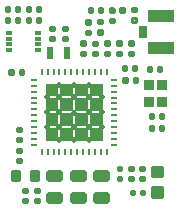
<source format=gbr>
G04 EAGLE Gerber RS-274X export*
G75*
%MOMM*%
%FSLAX34Y34*%
%LPD*%
%INSolderpaste Top*%
%IPPOS*%
%AMOC8*
5,1,8,0,0,1.08239X$1,22.5*%
G01*
%ADD10R,0.240000X0.600000*%
%ADD11R,0.600000X0.240000*%
%ADD12C,0.500000*%
%ADD13C,0.280800*%
%ADD14C,0.500000*%
%ADD15C,0.402900*%
%ADD16R,0.850000X0.950000*%
%ADD17C,0.270000*%
%ADD18R,0.600000X1.100000*%
%ADD19R,0.090000X0.740000*%
%ADD20R,0.560000X0.350000*%
%ADD21C,0.300000*%
%ADD22R,2.200000X1.050000*%
%ADD23R,0.800000X1.000000*%

G36*
X86160Y97434D02*
X86160Y97434D01*
X86163Y97432D01*
X86246Y97469D01*
X86746Y97969D01*
X86747Y97972D01*
X86750Y97974D01*
X86783Y98059D01*
X86783Y107659D01*
X86782Y107661D01*
X86783Y107663D01*
X86782Y107664D01*
X86783Y107665D01*
X86746Y107748D01*
X86246Y108248D01*
X86243Y108249D01*
X86242Y108252D01*
X86157Y108285D01*
X76557Y108285D01*
X76554Y108284D01*
X76551Y108285D01*
X76467Y108248D01*
X75967Y107748D01*
X75967Y107747D01*
X75966Y107746D01*
X75965Y107744D01*
X75963Y107743D01*
X75930Y107659D01*
X75930Y98059D01*
X75932Y98056D01*
X75931Y98053D01*
X75967Y97969D01*
X76467Y97469D01*
X76470Y97468D01*
X76472Y97465D01*
X76557Y97432D01*
X86157Y97432D01*
X86160Y97434D01*
G37*
G36*
X86160Y84834D02*
X86160Y84834D01*
X86163Y84832D01*
X86246Y84869D01*
X86746Y85369D01*
X86747Y85372D01*
X86750Y85374D01*
X86783Y85459D01*
X86783Y95059D01*
X86782Y95061D01*
X86783Y95063D01*
X86782Y95064D01*
X86783Y95065D01*
X86746Y95148D01*
X86246Y95648D01*
X86243Y95649D01*
X86242Y95652D01*
X86157Y95685D01*
X76557Y95685D01*
X76554Y95684D01*
X76551Y95685D01*
X76467Y95648D01*
X75967Y95148D01*
X75967Y95147D01*
X75966Y95146D01*
X75965Y95144D01*
X75963Y95143D01*
X75930Y95059D01*
X75930Y85459D01*
X75932Y85456D01*
X75931Y85453D01*
X75967Y85369D01*
X76467Y84869D01*
X76470Y84868D01*
X76472Y84865D01*
X76557Y84832D01*
X86157Y84832D01*
X86160Y84834D01*
G37*
G36*
X86160Y72234D02*
X86160Y72234D01*
X86163Y72232D01*
X86246Y72269D01*
X86746Y72769D01*
X86747Y72772D01*
X86750Y72774D01*
X86783Y72859D01*
X86783Y82459D01*
X86782Y82461D01*
X86783Y82463D01*
X86782Y82464D01*
X86783Y82465D01*
X86746Y82548D01*
X86246Y83048D01*
X86243Y83049D01*
X86242Y83052D01*
X86157Y83085D01*
X76557Y83085D01*
X76554Y83084D01*
X76551Y83085D01*
X76467Y83048D01*
X75967Y82548D01*
X75967Y82547D01*
X75966Y82546D01*
X75965Y82544D01*
X75963Y82543D01*
X75930Y82459D01*
X75930Y72859D01*
X75932Y72856D01*
X75931Y72853D01*
X75967Y72769D01*
X76467Y72269D01*
X76470Y72268D01*
X76472Y72265D01*
X76557Y72232D01*
X86157Y72232D01*
X86160Y72234D01*
G37*
G36*
X86160Y59634D02*
X86160Y59634D01*
X86163Y59632D01*
X86246Y59669D01*
X86746Y60169D01*
X86747Y60172D01*
X86750Y60174D01*
X86783Y60259D01*
X86783Y69859D01*
X86782Y69861D01*
X86783Y69863D01*
X86782Y69864D01*
X86783Y69865D01*
X86746Y69948D01*
X86246Y70448D01*
X86243Y70449D01*
X86242Y70452D01*
X86157Y70485D01*
X76557Y70485D01*
X76554Y70484D01*
X76551Y70485D01*
X76467Y70448D01*
X75967Y69948D01*
X75967Y69947D01*
X75966Y69946D01*
X75965Y69944D01*
X75963Y69943D01*
X75930Y69859D01*
X75930Y60259D01*
X75932Y60256D01*
X75931Y60253D01*
X75967Y60169D01*
X76467Y59669D01*
X76470Y59668D01*
X76472Y59665D01*
X76557Y59632D01*
X86157Y59632D01*
X86160Y59634D01*
G37*
G36*
X73560Y97434D02*
X73560Y97434D01*
X73563Y97432D01*
X73646Y97469D01*
X74146Y97969D01*
X74147Y97972D01*
X74150Y97974D01*
X74183Y98059D01*
X74183Y107659D01*
X74182Y107661D01*
X74183Y107663D01*
X74182Y107664D01*
X74183Y107665D01*
X74146Y107748D01*
X73646Y108248D01*
X73643Y108249D01*
X73642Y108252D01*
X73557Y108285D01*
X63957Y108285D01*
X63954Y108284D01*
X63951Y108285D01*
X63867Y108248D01*
X63367Y107748D01*
X63367Y107747D01*
X63366Y107746D01*
X63365Y107744D01*
X63363Y107743D01*
X63330Y107659D01*
X63330Y98059D01*
X63332Y98056D01*
X63331Y98053D01*
X63367Y97969D01*
X63867Y97469D01*
X63870Y97468D01*
X63872Y97465D01*
X63957Y97432D01*
X73557Y97432D01*
X73560Y97434D01*
G37*
G36*
X60960Y84834D02*
X60960Y84834D01*
X60963Y84832D01*
X61046Y84869D01*
X61546Y85369D01*
X61547Y85372D01*
X61550Y85374D01*
X61583Y85459D01*
X61583Y95059D01*
X61582Y95061D01*
X61583Y95063D01*
X61582Y95064D01*
X61583Y95065D01*
X61546Y95148D01*
X61046Y95648D01*
X61043Y95649D01*
X61042Y95652D01*
X60957Y95685D01*
X51357Y95685D01*
X51354Y95684D01*
X51351Y95685D01*
X51267Y95648D01*
X50767Y95148D01*
X50767Y95147D01*
X50766Y95146D01*
X50765Y95144D01*
X50763Y95143D01*
X50730Y95059D01*
X50730Y85459D01*
X50732Y85456D01*
X50731Y85453D01*
X50767Y85369D01*
X51267Y84869D01*
X51270Y84868D01*
X51272Y84865D01*
X51357Y84832D01*
X60957Y84832D01*
X60960Y84834D01*
G37*
G36*
X48360Y84834D02*
X48360Y84834D01*
X48363Y84832D01*
X48446Y84869D01*
X48946Y85369D01*
X48947Y85372D01*
X48950Y85374D01*
X48983Y85459D01*
X48983Y95059D01*
X48982Y95061D01*
X48983Y95063D01*
X48982Y95064D01*
X48983Y95065D01*
X48946Y95148D01*
X48446Y95648D01*
X48443Y95649D01*
X48442Y95652D01*
X48357Y95685D01*
X38757Y95685D01*
X38754Y95684D01*
X38751Y95685D01*
X38667Y95648D01*
X38167Y95148D01*
X38167Y95147D01*
X38166Y95146D01*
X38165Y95144D01*
X38163Y95143D01*
X38130Y95059D01*
X38130Y85459D01*
X38132Y85456D01*
X38131Y85453D01*
X38167Y85369D01*
X38667Y84869D01*
X38670Y84868D01*
X38672Y84865D01*
X38757Y84832D01*
X48357Y84832D01*
X48360Y84834D01*
G37*
G36*
X73560Y84834D02*
X73560Y84834D01*
X73563Y84832D01*
X73646Y84869D01*
X74146Y85369D01*
X74147Y85372D01*
X74150Y85374D01*
X74183Y85459D01*
X74183Y95059D01*
X74182Y95061D01*
X74183Y95063D01*
X74182Y95064D01*
X74183Y95065D01*
X74146Y95148D01*
X73646Y95648D01*
X73643Y95649D01*
X73642Y95652D01*
X73557Y95685D01*
X63957Y95685D01*
X63954Y95684D01*
X63951Y95685D01*
X63867Y95648D01*
X63367Y95148D01*
X63367Y95147D01*
X63366Y95146D01*
X63365Y95144D01*
X63363Y95143D01*
X63330Y95059D01*
X63330Y85459D01*
X63332Y85456D01*
X63331Y85453D01*
X63367Y85369D01*
X63867Y84869D01*
X63870Y84868D01*
X63872Y84865D01*
X63957Y84832D01*
X73557Y84832D01*
X73560Y84834D01*
G37*
G36*
X48360Y97434D02*
X48360Y97434D01*
X48363Y97432D01*
X48446Y97469D01*
X48946Y97969D01*
X48947Y97972D01*
X48950Y97974D01*
X48983Y98059D01*
X48983Y107659D01*
X48982Y107661D01*
X48983Y107663D01*
X48982Y107664D01*
X48983Y107665D01*
X48946Y107748D01*
X48446Y108248D01*
X48443Y108249D01*
X48442Y108252D01*
X48357Y108285D01*
X38757Y108285D01*
X38754Y108284D01*
X38751Y108285D01*
X38667Y108248D01*
X38167Y107748D01*
X38167Y107747D01*
X38166Y107746D01*
X38165Y107744D01*
X38163Y107743D01*
X38130Y107659D01*
X38130Y98059D01*
X38132Y98056D01*
X38131Y98053D01*
X38167Y97969D01*
X38667Y97469D01*
X38670Y97468D01*
X38672Y97465D01*
X38757Y97432D01*
X48357Y97432D01*
X48360Y97434D01*
G37*
G36*
X60960Y97434D02*
X60960Y97434D01*
X60963Y97432D01*
X61046Y97469D01*
X61546Y97969D01*
X61547Y97972D01*
X61550Y97974D01*
X61583Y98059D01*
X61583Y107659D01*
X61582Y107661D01*
X61583Y107663D01*
X61582Y107664D01*
X61583Y107665D01*
X61546Y107748D01*
X61046Y108248D01*
X61043Y108249D01*
X61042Y108252D01*
X60957Y108285D01*
X51357Y108285D01*
X51354Y108284D01*
X51351Y108285D01*
X51267Y108248D01*
X50767Y107748D01*
X50767Y107747D01*
X50766Y107746D01*
X50765Y107744D01*
X50763Y107743D01*
X50730Y107659D01*
X50730Y98059D01*
X50732Y98056D01*
X50731Y98053D01*
X50767Y97969D01*
X51267Y97469D01*
X51270Y97468D01*
X51272Y97465D01*
X51357Y97432D01*
X60957Y97432D01*
X60960Y97434D01*
G37*
G36*
X73560Y72234D02*
X73560Y72234D01*
X73563Y72232D01*
X73646Y72269D01*
X74146Y72769D01*
X74147Y72772D01*
X74150Y72774D01*
X74183Y72859D01*
X74183Y82459D01*
X74182Y82461D01*
X74183Y82463D01*
X74182Y82464D01*
X74183Y82465D01*
X74146Y82548D01*
X73646Y83048D01*
X73643Y83049D01*
X73642Y83052D01*
X73557Y83085D01*
X63957Y83085D01*
X63954Y83084D01*
X63951Y83085D01*
X63867Y83048D01*
X63367Y82548D01*
X63367Y82547D01*
X63366Y82546D01*
X63365Y82544D01*
X63363Y82543D01*
X63330Y82459D01*
X63330Y72859D01*
X63332Y72856D01*
X63331Y72853D01*
X63367Y72769D01*
X63867Y72269D01*
X63870Y72268D01*
X63872Y72265D01*
X63957Y72232D01*
X73557Y72232D01*
X73560Y72234D01*
G37*
G36*
X60960Y72234D02*
X60960Y72234D01*
X60963Y72232D01*
X61046Y72269D01*
X61546Y72769D01*
X61547Y72772D01*
X61550Y72774D01*
X61583Y72859D01*
X61583Y82459D01*
X61582Y82461D01*
X61583Y82463D01*
X61582Y82464D01*
X61583Y82465D01*
X61546Y82548D01*
X61046Y83048D01*
X61043Y83049D01*
X61042Y83052D01*
X60957Y83085D01*
X51357Y83085D01*
X51354Y83084D01*
X51351Y83085D01*
X51267Y83048D01*
X50767Y82548D01*
X50767Y82547D01*
X50766Y82546D01*
X50765Y82544D01*
X50763Y82543D01*
X50730Y82459D01*
X50730Y72859D01*
X50732Y72856D01*
X50731Y72853D01*
X50767Y72769D01*
X51267Y72269D01*
X51270Y72268D01*
X51272Y72265D01*
X51357Y72232D01*
X60957Y72232D01*
X60960Y72234D01*
G37*
G36*
X48360Y72234D02*
X48360Y72234D01*
X48363Y72232D01*
X48446Y72269D01*
X48946Y72769D01*
X48947Y72772D01*
X48950Y72774D01*
X48983Y72859D01*
X48983Y82459D01*
X48982Y82461D01*
X48983Y82463D01*
X48982Y82464D01*
X48983Y82465D01*
X48946Y82548D01*
X48446Y83048D01*
X48443Y83049D01*
X48442Y83052D01*
X48357Y83085D01*
X38757Y83085D01*
X38754Y83084D01*
X38751Y83085D01*
X38667Y83048D01*
X38167Y82548D01*
X38167Y82547D01*
X38166Y82546D01*
X38165Y82544D01*
X38163Y82543D01*
X38130Y82459D01*
X38130Y72859D01*
X38132Y72856D01*
X38131Y72853D01*
X38167Y72769D01*
X38667Y72269D01*
X38670Y72268D01*
X38672Y72265D01*
X38757Y72232D01*
X48357Y72232D01*
X48360Y72234D01*
G37*
G36*
X73560Y59634D02*
X73560Y59634D01*
X73563Y59632D01*
X73646Y59669D01*
X74146Y60169D01*
X74147Y60172D01*
X74150Y60174D01*
X74183Y60259D01*
X74183Y69859D01*
X74182Y69861D01*
X74183Y69863D01*
X74182Y69864D01*
X74183Y69865D01*
X74146Y69948D01*
X73646Y70448D01*
X73643Y70449D01*
X73642Y70452D01*
X73557Y70485D01*
X63957Y70485D01*
X63954Y70484D01*
X63951Y70485D01*
X63867Y70448D01*
X63367Y69948D01*
X63367Y69947D01*
X63366Y69946D01*
X63365Y69944D01*
X63363Y69943D01*
X63330Y69859D01*
X63330Y60259D01*
X63332Y60256D01*
X63331Y60253D01*
X63367Y60169D01*
X63867Y59669D01*
X63870Y59668D01*
X63872Y59665D01*
X63957Y59632D01*
X73557Y59632D01*
X73560Y59634D01*
G37*
G36*
X60960Y59634D02*
X60960Y59634D01*
X60963Y59632D01*
X61046Y59669D01*
X61546Y60169D01*
X61547Y60172D01*
X61550Y60174D01*
X61583Y60259D01*
X61583Y69859D01*
X61582Y69861D01*
X61583Y69863D01*
X61582Y69864D01*
X61583Y69865D01*
X61546Y69948D01*
X61046Y70448D01*
X61043Y70449D01*
X61042Y70452D01*
X60957Y70485D01*
X51357Y70485D01*
X51354Y70484D01*
X51351Y70485D01*
X51267Y70448D01*
X50767Y69948D01*
X50767Y69947D01*
X50766Y69946D01*
X50765Y69944D01*
X50763Y69943D01*
X50730Y69859D01*
X50730Y60259D01*
X50732Y60256D01*
X50731Y60253D01*
X50767Y60169D01*
X51267Y59669D01*
X51270Y59668D01*
X51272Y59665D01*
X51357Y59632D01*
X60957Y59632D01*
X60960Y59634D01*
G37*
G36*
X48360Y59634D02*
X48360Y59634D01*
X48363Y59632D01*
X48446Y59669D01*
X48946Y60169D01*
X48947Y60172D01*
X48950Y60174D01*
X48983Y60259D01*
X48983Y69859D01*
X48982Y69861D01*
X48983Y69863D01*
X48982Y69864D01*
X48983Y69865D01*
X48946Y69948D01*
X48446Y70448D01*
X48443Y70449D01*
X48442Y70452D01*
X48357Y70485D01*
X38757Y70485D01*
X38754Y70484D01*
X38751Y70485D01*
X38667Y70448D01*
X38167Y69948D01*
X38167Y69947D01*
X38166Y69946D01*
X38165Y69944D01*
X38163Y69943D01*
X38130Y69859D01*
X38130Y60259D01*
X38132Y60256D01*
X38131Y60253D01*
X38167Y60169D01*
X38667Y59669D01*
X38670Y59668D01*
X38672Y59665D01*
X38757Y59632D01*
X48357Y59632D01*
X48360Y59634D01*
G37*
D10*
X89957Y117959D03*
X84957Y117959D03*
X79957Y117959D03*
X74957Y117959D03*
X69957Y117959D03*
X64957Y117959D03*
X59957Y117959D03*
X54957Y117959D03*
X49957Y117959D03*
X44957Y117959D03*
X39957Y117959D03*
X34957Y117959D03*
D11*
X28457Y111459D03*
X28457Y106459D03*
X28457Y101459D03*
X28457Y96459D03*
X28457Y91459D03*
X28457Y86459D03*
X28457Y81459D03*
X28457Y76459D03*
X28457Y71459D03*
X28457Y66459D03*
X28457Y61459D03*
X28457Y56459D03*
D10*
X34957Y49959D03*
X39957Y49959D03*
X44957Y49959D03*
X49957Y49959D03*
X54957Y49959D03*
X59957Y49959D03*
X64957Y49959D03*
X69957Y49959D03*
X74957Y49959D03*
X79957Y49959D03*
X84957Y49959D03*
X89957Y49959D03*
D11*
X96457Y56459D03*
X96457Y61459D03*
X96457Y66459D03*
X96457Y71459D03*
X96457Y76459D03*
X96457Y81459D03*
X96457Y86459D03*
X96457Y91459D03*
X96457Y96459D03*
X96457Y101459D03*
X96457Y106459D03*
X96457Y111459D03*
D12*
X39207Y71359D03*
X39207Y83959D03*
X39207Y96559D03*
X85707Y71359D03*
X85707Y83959D03*
X85707Y96559D03*
X49857Y60709D03*
X62457Y60709D03*
X75057Y60709D03*
X49857Y107209D03*
X62457Y107209D03*
X75057Y107209D03*
X49857Y83959D03*
X62457Y83705D03*
X75057Y83959D03*
X49857Y71359D03*
X62457Y71359D03*
X75057Y71359D03*
X49857Y96559D03*
X62457Y96559D03*
X75057Y96559D03*
D13*
X19289Y10773D02*
X19289Y8181D01*
X19289Y10773D02*
X22481Y10773D01*
X22481Y8181D01*
X19289Y8181D01*
X22481Y16781D02*
X22481Y19373D01*
X22481Y16781D02*
X19289Y16781D01*
X19289Y19373D01*
X22481Y19373D01*
X29211Y10845D02*
X29211Y8253D01*
X29211Y10845D02*
X32403Y10845D01*
X32403Y8253D01*
X29211Y8253D01*
X32403Y16853D02*
X32403Y19445D01*
X32403Y16853D02*
X29211Y16853D01*
X29211Y19445D01*
X32403Y19445D01*
X121501Y34864D02*
X121501Y37456D01*
X121501Y34864D02*
X118309Y34864D01*
X118309Y37456D01*
X121501Y37456D01*
X118309Y28856D02*
X118309Y26264D01*
X118309Y28856D02*
X121501Y28856D01*
X121501Y26264D01*
X118309Y26264D01*
X108757Y26289D02*
X108757Y28881D01*
X111949Y28881D01*
X111949Y26289D01*
X108757Y26289D01*
X111949Y34889D02*
X111949Y37481D01*
X111949Y34889D02*
X108757Y34889D01*
X108757Y37481D01*
X111949Y37481D01*
X13865Y42117D02*
X13865Y44709D01*
X17057Y44709D01*
X17057Y42117D01*
X13865Y42117D01*
X17057Y50717D02*
X17057Y53309D01*
X17057Y50717D02*
X13865Y50717D01*
X13865Y53309D01*
X17057Y53309D01*
X56204Y153736D02*
X56209Y156327D01*
X56204Y153736D02*
X53013Y153741D01*
X53018Y156332D01*
X56209Y156327D01*
X53003Y147732D02*
X52998Y145141D01*
X53003Y147732D02*
X56194Y147727D01*
X56189Y145136D01*
X52998Y145141D01*
X45201Y153666D02*
X45201Y156258D01*
X45201Y153666D02*
X42009Y153666D01*
X42009Y156258D01*
X45201Y156258D01*
X42009Y147658D02*
X42009Y145066D01*
X42009Y147658D02*
X45201Y147658D01*
X45201Y145066D01*
X42009Y145066D01*
X18786Y116579D02*
X16194Y116579D01*
X16194Y119771D01*
X18786Y119771D01*
X18786Y116579D01*
X18786Y119247D02*
X16194Y119247D01*
X10186Y119771D02*
X7594Y119771D01*
X10186Y119771D02*
X10186Y116579D01*
X7594Y116579D01*
X7594Y119771D01*
X7594Y119247D02*
X10186Y119247D01*
X16991Y71075D02*
X16991Y68483D01*
X13799Y68483D01*
X13799Y71075D01*
X16991Y71075D01*
X13799Y62475D02*
X13799Y59883D01*
X13799Y62475D02*
X16991Y62475D01*
X16991Y59883D01*
X13799Y59883D01*
X126328Y72194D02*
X128920Y72194D01*
X128920Y69002D01*
X126328Y69002D01*
X126328Y72194D01*
X126328Y71670D02*
X128920Y71670D01*
X134928Y69002D02*
X137520Y69002D01*
X134928Y69002D02*
X134928Y72194D01*
X137520Y72194D01*
X137520Y69002D01*
X137520Y71670D02*
X134928Y71670D01*
X102355Y37469D02*
X102355Y34877D01*
X99163Y34877D01*
X99163Y37469D01*
X102355Y37469D01*
X99163Y28869D02*
X99163Y26277D01*
X99163Y28869D02*
X102355Y28869D01*
X102355Y26277D01*
X99163Y26277D01*
D14*
X90364Y27597D02*
X90364Y32597D01*
X90364Y27597D02*
X81164Y27597D01*
X81164Y32597D01*
X90364Y32597D01*
X90364Y32347D02*
X81164Y32347D01*
X81164Y13897D02*
X81164Y8897D01*
X81164Y13897D02*
X90364Y13897D01*
X90364Y8897D01*
X81164Y8897D01*
X81164Y13647D02*
X90364Y13647D01*
X41240Y13837D02*
X41240Y8837D01*
X41240Y13837D02*
X50440Y13837D01*
X50440Y8837D01*
X41240Y8837D01*
X41240Y13587D02*
X50440Y13587D01*
X50440Y27537D02*
X50440Y32537D01*
X50440Y27537D02*
X41240Y27537D01*
X41240Y32537D01*
X50440Y32537D01*
X50440Y32287D02*
X41240Y32287D01*
D13*
X104130Y113076D02*
X106722Y113076D01*
X106722Y109884D01*
X104130Y109884D01*
X104130Y113076D01*
X104130Y112552D02*
X106722Y112552D01*
X112730Y109884D02*
X115322Y109884D01*
X112730Y109884D02*
X112730Y113076D01*
X115322Y113076D01*
X115322Y109884D01*
X115322Y112552D02*
X112730Y112552D01*
X106117Y122772D02*
X103525Y122772D01*
X106117Y122772D02*
X106117Y119580D01*
X103525Y119580D01*
X103525Y122772D01*
X103525Y122248D02*
X106117Y122248D01*
X112125Y119580D02*
X114717Y119580D01*
X112125Y119580D02*
X112125Y122772D01*
X114717Y122772D01*
X114717Y119580D01*
X114717Y122248D02*
X112125Y122248D01*
D15*
X14417Y33165D02*
X10545Y33165D01*
X14417Y33165D02*
X14417Y27893D01*
X10545Y27893D01*
X10545Y33165D01*
X10545Y31721D02*
X14417Y31721D01*
X26945Y27893D02*
X30817Y27893D01*
X26945Y27893D02*
X26945Y33165D01*
X30817Y33165D01*
X30817Y27893D01*
X30817Y31721D02*
X26945Y31721D01*
D14*
X70444Y32504D02*
X70444Y27504D01*
X61244Y27504D01*
X61244Y32504D01*
X70444Y32504D01*
X70444Y32254D02*
X61244Y32254D01*
X61244Y13804D02*
X61244Y8804D01*
X61244Y13804D02*
X70444Y13804D01*
X70444Y8804D01*
X61244Y8804D01*
X61244Y13554D02*
X70444Y13554D01*
D16*
X125544Y107328D03*
X125544Y92828D03*
X137044Y92828D03*
X137044Y107328D03*
D17*
X81375Y132489D02*
X81375Y135189D01*
X81375Y132489D02*
X78075Y132489D01*
X78075Y135189D01*
X81375Y135189D01*
X81375Y135054D02*
X78075Y135054D01*
X81375Y141129D02*
X81375Y143829D01*
X81375Y141129D02*
X78075Y141129D01*
X78075Y143829D01*
X81375Y143829D01*
X81375Y143694D02*
X78075Y143694D01*
X71147Y135270D02*
X71147Y132570D01*
X67847Y132570D01*
X67847Y135270D01*
X71147Y135270D01*
X71147Y135135D02*
X67847Y135135D01*
X71147Y141210D02*
X71147Y143910D01*
X71147Y141210D02*
X67847Y141210D01*
X67847Y143910D01*
X71147Y143910D01*
X71147Y143775D02*
X67847Y143775D01*
X109053Y144033D02*
X109053Y141333D01*
X109053Y144033D02*
X112353Y144033D01*
X112353Y141333D01*
X109053Y141333D01*
X109053Y143898D02*
X112353Y143898D01*
X109053Y135393D02*
X109053Y132693D01*
X109053Y135393D02*
X112353Y135393D01*
X112353Y132693D01*
X109053Y132693D01*
X109053Y135258D02*
X112353Y135258D01*
X91706Y135293D02*
X91706Y132593D01*
X88406Y132593D01*
X88406Y135293D01*
X91706Y135293D01*
X91706Y135158D02*
X88406Y135158D01*
X91706Y141233D02*
X91706Y143933D01*
X91706Y141233D02*
X88406Y141233D01*
X88406Y143933D01*
X91706Y143933D01*
X91706Y143798D02*
X88406Y143798D01*
X72481Y159038D02*
X72481Y161738D01*
X75781Y161738D01*
X75781Y159038D01*
X72481Y159038D01*
X72481Y161603D02*
X75781Y161603D01*
X72481Y153098D02*
X72481Y150398D01*
X72481Y153098D02*
X75781Y153098D01*
X75781Y150398D01*
X72481Y150398D01*
X72481Y152963D02*
X75781Y152963D01*
X92924Y168748D02*
X95624Y168748D01*
X92924Y168748D02*
X92924Y172048D01*
X95624Y172048D01*
X95624Y168748D01*
X95624Y171313D02*
X92924Y171313D01*
X101564Y168748D02*
X104264Y168748D01*
X101564Y168748D02*
X101564Y172048D01*
X104264Y172048D01*
X104264Y168748D01*
X104264Y171313D02*
X101564Y171313D01*
X101942Y135293D02*
X101942Y132593D01*
X98642Y132593D01*
X98642Y135293D01*
X101942Y135293D01*
X101942Y135158D02*
X98642Y135158D01*
X101942Y141233D02*
X101942Y143933D01*
X101942Y141233D02*
X98642Y141233D01*
X98642Y143933D01*
X101942Y143933D01*
X101942Y143798D02*
X98642Y143798D01*
X86182Y150578D02*
X86182Y153278D01*
X86182Y150578D02*
X82882Y150578D01*
X82882Y153278D01*
X86182Y153278D01*
X86182Y153143D02*
X82882Y153143D01*
X86182Y159218D02*
X86182Y161918D01*
X86182Y159218D02*
X82882Y159218D01*
X82882Y161918D01*
X86182Y161918D01*
X86182Y161783D02*
X82882Y161783D01*
X77240Y168772D02*
X74540Y168772D01*
X74540Y172072D01*
X77240Y172072D01*
X77240Y168772D01*
X77240Y171337D02*
X74540Y171337D01*
X83180Y168772D02*
X85880Y168772D01*
X83180Y168772D02*
X83180Y172072D01*
X85880Y172072D01*
X85880Y168772D01*
X85880Y171337D02*
X83180Y171337D01*
X135158Y82456D02*
X137858Y82456D01*
X137858Y79156D01*
X135158Y79156D01*
X135158Y82456D01*
X135158Y81721D02*
X137858Y81721D01*
X129218Y82456D02*
X126518Y82456D01*
X129218Y82456D02*
X129218Y79156D01*
X126518Y79156D01*
X126518Y82456D01*
X126518Y81721D02*
X129218Y81721D01*
X127517Y118822D02*
X124817Y118822D01*
X124817Y122122D01*
X127517Y122122D01*
X127517Y118822D01*
X127517Y121387D02*
X124817Y121387D01*
X133457Y118822D02*
X136157Y118822D01*
X133457Y118822D02*
X133457Y122122D01*
X136157Y122122D01*
X136157Y118822D01*
X136157Y121387D02*
X133457Y121387D01*
D18*
X55922Y133747D03*
X41922Y133747D03*
D19*
X19240Y140032D03*
X19240Y147832D03*
D20*
X31590Y136432D03*
X31590Y141432D03*
X31590Y146432D03*
X31590Y151432D03*
X6890Y151432D03*
X6890Y146432D03*
X6890Y141432D03*
X6890Y136432D03*
D13*
X7171Y163600D02*
X4579Y163600D01*
X7171Y163600D02*
X7171Y160408D01*
X4579Y160408D01*
X4579Y163600D01*
X4579Y163076D02*
X7171Y163076D01*
X13179Y160408D02*
X15771Y160408D01*
X13179Y160408D02*
X13179Y163600D01*
X15771Y163600D01*
X15771Y160408D01*
X15771Y163076D02*
X13179Y163076D01*
X22356Y173219D02*
X24948Y173219D01*
X24948Y170027D01*
X22356Y170027D01*
X22356Y173219D01*
X22356Y172695D02*
X24948Y172695D01*
X30956Y170027D02*
X33548Y170027D01*
X30956Y170027D02*
X30956Y173219D01*
X33548Y173219D01*
X33548Y170027D01*
X33548Y172695D02*
X30956Y172695D01*
X24970Y163639D02*
X22378Y163639D01*
X24970Y163639D02*
X24970Y160447D01*
X22378Y160447D01*
X22378Y163639D01*
X22378Y163115D02*
X24970Y163115D01*
X30978Y160447D02*
X33570Y160447D01*
X30978Y160447D02*
X30978Y163639D01*
X33570Y163639D01*
X33570Y160447D01*
X33570Y163115D02*
X30978Y163115D01*
D21*
X129416Y30157D02*
X136416Y30157D01*
X129416Y30157D02*
X129416Y37157D01*
X136416Y37157D01*
X136416Y30157D01*
X136416Y33007D02*
X129416Y33007D01*
X129416Y35857D02*
X136416Y35857D01*
X136416Y12617D02*
X129416Y12617D01*
X129416Y19617D01*
X136416Y19617D01*
X136416Y12617D01*
X136416Y15467D02*
X129416Y15467D01*
X129416Y18317D02*
X136416Y18317D01*
D13*
X113244Y17652D02*
X110652Y17652D01*
X113244Y17652D02*
X113244Y14460D01*
X110652Y14460D01*
X110652Y17652D01*
X110652Y17128D02*
X113244Y17128D01*
X119252Y14460D02*
X121844Y14460D01*
X119252Y14460D02*
X119252Y17652D01*
X121844Y17652D01*
X121844Y14460D01*
X121844Y17128D02*
X119252Y17128D01*
X7341Y173251D02*
X4749Y173251D01*
X7341Y173251D02*
X7341Y170059D01*
X4749Y170059D01*
X4749Y173251D01*
X4749Y172727D02*
X7341Y172727D01*
X13349Y170059D02*
X15941Y170059D01*
X13349Y170059D02*
X13349Y173251D01*
X15941Y173251D01*
X15941Y170059D01*
X15941Y172727D02*
X13349Y172727D01*
D17*
X114650Y163530D02*
X114650Y160830D01*
X111350Y160830D01*
X111350Y163530D01*
X114650Y163530D01*
X114650Y163395D02*
X111350Y163395D01*
X114650Y169470D02*
X114650Y172170D01*
X114650Y169470D02*
X111350Y169470D01*
X111350Y172170D01*
X114650Y172170D01*
X114650Y172035D02*
X111350Y172035D01*
D22*
X135500Y138250D03*
X135500Y165750D03*
D23*
X120250Y152000D03*
D17*
X92540Y169039D02*
X92540Y171739D01*
X95840Y171739D01*
X95840Y169039D01*
X92540Y169039D01*
X92540Y171604D02*
X95840Y171604D01*
X92540Y163099D02*
X92540Y160399D01*
X92540Y163099D02*
X95840Y163099D01*
X95840Y160399D01*
X92540Y160399D01*
X92540Y162964D02*
X95840Y162964D01*
M02*

</source>
